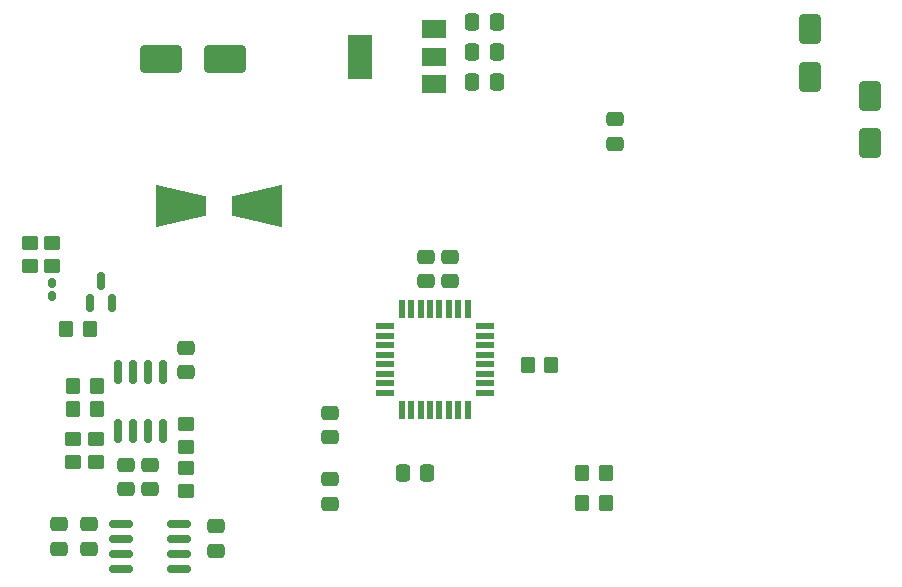
<source format=gbr>
%TF.GenerationSoftware,KiCad,Pcbnew,7.0.1+dfsg-1*%
%TF.CreationDate,2024-08-17T23:40:15+03:00*%
%TF.ProjectId,OpenEVSE_mod,4f70656e-4556-4534-955f-6d6f642e6b69,rev?*%
%TF.SameCoordinates,PX9d5b340PY54e0840*%
%TF.FileFunction,Paste,Bot*%
%TF.FilePolarity,Positive*%
%FSLAX46Y46*%
G04 Gerber Fmt 4.6, Leading zero omitted, Abs format (unit mm)*
G04 Created by KiCad (PCBNEW 7.0.1+dfsg-1) date 2024-08-17 23:40:15*
%MOMM*%
%LPD*%
G01*
G04 APERTURE LIST*
G04 Aperture macros list*
%AMRoundRect*
0 Rectangle with rounded corners*
0 $1 Rounding radius*
0 $2 $3 $4 $5 $6 $7 $8 $9 X,Y pos of 4 corners*
0 Add a 4 corners polygon primitive as box body*
4,1,4,$2,$3,$4,$5,$6,$7,$8,$9,$2,$3,0*
0 Add four circle primitives for the rounded corners*
1,1,$1+$1,$2,$3*
1,1,$1+$1,$4,$5*
1,1,$1+$1,$6,$7*
1,1,$1+$1,$8,$9*
0 Add four rect primitives between the rounded corners*
20,1,$1+$1,$2,$3,$4,$5,0*
20,1,$1+$1,$4,$5,$6,$7,0*
20,1,$1+$1,$6,$7,$8,$9,0*
20,1,$1+$1,$8,$9,$2,$3,0*%
%AMOutline4P*
0 Free polygon, 4 corners , with rotation*
0 The origin of the aperture is its center*
0 number of corners: always 4*
0 $1 to $8 corner X, Y*
0 $9 Rotation angle, in degrees counterclockwise*
0 create outline with 4 corners*
4,1,4,$1,$2,$3,$4,$5,$6,$7,$8,$1,$2,$9*%
G04 Aperture macros list end*
%ADD10RoundRect,0.250000X-0.337500X-0.475000X0.337500X-0.475000X0.337500X0.475000X-0.337500X0.475000X0*%
%ADD11Outline4P,-2.150000X-1.800000X2.150000X-0.800000X2.150000X0.800000X-2.150000X1.800000X180.000000*%
%ADD12Outline4P,-2.150000X-1.800000X2.150000X-0.800000X2.150000X0.800000X-2.150000X1.800000X0.000000*%
%ADD13RoundRect,0.150000X0.150000X-0.825000X0.150000X0.825000X-0.150000X0.825000X-0.150000X-0.825000X0*%
%ADD14RoundRect,0.150000X-0.825000X-0.150000X0.825000X-0.150000X0.825000X0.150000X-0.825000X0.150000X0*%
%ADD15R,2.000000X1.500000*%
%ADD16R,2.000000X3.800000*%
%ADD17R,1.600000X0.550000*%
%ADD18R,0.550000X1.600000*%
%ADD19RoundRect,0.250000X-1.500000X-0.900000X1.500000X-0.900000X1.500000X0.900000X-1.500000X0.900000X0*%
%ADD20RoundRect,0.250000X-0.350000X-0.450000X0.350000X-0.450000X0.350000X0.450000X-0.350000X0.450000X0*%
%ADD21RoundRect,0.250000X-0.450000X0.350000X-0.450000X-0.350000X0.450000X-0.350000X0.450000X0.350000X0*%
%ADD22RoundRect,0.250000X0.350000X0.450000X-0.350000X0.450000X-0.350000X-0.450000X0.350000X-0.450000X0*%
%ADD23RoundRect,0.250000X0.450000X-0.350000X0.450000X0.350000X-0.450000X0.350000X-0.450000X-0.350000X0*%
%ADD24RoundRect,0.150000X0.150000X-0.587500X0.150000X0.587500X-0.150000X0.587500X-0.150000X-0.587500X0*%
%ADD25RoundRect,0.250000X0.650000X-1.000000X0.650000X1.000000X-0.650000X1.000000X-0.650000X-1.000000X0*%
%ADD26RoundRect,0.160000X-0.160000X0.222500X-0.160000X-0.222500X0.160000X-0.222500X0.160000X0.222500X0*%
%ADD27RoundRect,0.250000X0.475000X-0.337500X0.475000X0.337500X-0.475000X0.337500X-0.475000X-0.337500X0*%
%ADD28RoundRect,0.250000X-0.475000X0.337500X-0.475000X-0.337500X0.475000X-0.337500X0.475000X0.337500X0*%
G04 APERTURE END LIST*
D10*
%TO.C,C16*%
X36760000Y18388000D03*
X38835000Y18388000D03*
%TD*%
D11*
%TO.C,D4*%
X24400000Y41000000D03*
D12*
X18000000Y41000000D03*
%TD*%
D13*
%TO.C,U7*%
X16483000Y26949000D03*
X15213000Y26949000D03*
X13943000Y26949000D03*
X12673000Y26949000D03*
X12673000Y21999000D03*
X13943000Y21999000D03*
X15213000Y21999000D03*
X16483000Y21999000D03*
%TD*%
D14*
%TO.C,U6*%
X17815000Y10260000D03*
X17815000Y11530000D03*
X17815000Y12800000D03*
X17815000Y14070000D03*
X12865000Y14070000D03*
X12865000Y12800000D03*
X12865000Y11530000D03*
X12865000Y10260000D03*
%TD*%
D15*
%TO.C,U2*%
X39420000Y55980000D03*
D16*
X33120000Y53680000D03*
D15*
X39420000Y53680000D03*
X39420000Y51380000D03*
%TD*%
D17*
%TO.C,U1*%
X43720000Y25240000D03*
X43720000Y26040000D03*
X43720000Y26840000D03*
X43720000Y27640000D03*
X43720000Y28440000D03*
X43720000Y29240000D03*
X43720000Y30040000D03*
X43720000Y30840000D03*
D18*
X42270000Y32290000D03*
X41470000Y32290000D03*
X40670000Y32290000D03*
X39870000Y32290000D03*
X39070000Y32290000D03*
X38270000Y32290000D03*
X37470000Y32290000D03*
X36670000Y32290000D03*
D17*
X35220000Y30840000D03*
X35220000Y30040000D03*
X35220000Y29240000D03*
X35220000Y28440000D03*
X35220000Y27640000D03*
X35220000Y26840000D03*
X35220000Y26040000D03*
X35220000Y25240000D03*
D18*
X36670000Y23790000D03*
X37470000Y23790000D03*
X38270000Y23790000D03*
X39070000Y23790000D03*
X39870000Y23790000D03*
X40670000Y23790000D03*
X41470000Y23790000D03*
X42270000Y23790000D03*
%TD*%
D19*
%TO.C,TVS1*%
X16290000Y53440000D03*
X21690000Y53440000D03*
%TD*%
D20*
%TO.C,R14*%
X8244000Y30580000D03*
X10244000Y30580000D03*
%TD*%
D21*
%TO.C,R13*%
X8863000Y21329000D03*
X8863000Y19329000D03*
%TD*%
%TO.C,R12*%
X10768000Y19329000D03*
X10768000Y21329000D03*
%TD*%
D20*
%TO.C,R11*%
X10863000Y23869000D03*
X8863000Y23869000D03*
%TD*%
D22*
%TO.C,R10*%
X8863000Y25774000D03*
X10863000Y25774000D03*
%TD*%
D23*
%TO.C,R9*%
X18388000Y22599000D03*
X18388000Y20599000D03*
%TD*%
%TO.C,R8*%
X18388000Y18864000D03*
X18388000Y16864000D03*
%TD*%
D20*
%TO.C,R5*%
X51948000Y15848000D03*
X53948000Y15848000D03*
%TD*%
%TO.C,R4*%
X51948000Y18388000D03*
X53948000Y18388000D03*
%TD*%
D21*
%TO.C,R3*%
X7085000Y37927500D03*
X7085000Y35927500D03*
%TD*%
D23*
%TO.C,R2*%
X5180000Y35927500D03*
X5180000Y37927500D03*
%TD*%
D22*
%TO.C,R1*%
X49344000Y27532000D03*
X47344000Y27532000D03*
%TD*%
D24*
%TO.C,Q1*%
X11215000Y34722500D03*
X10265000Y32847500D03*
X12165000Y32847500D03*
%TD*%
D25*
%TO.C,D3*%
X71220000Y51980000D03*
X71220000Y55980000D03*
%TD*%
%TO.C,D2*%
X76300000Y50360000D03*
X76300000Y46360000D03*
%TD*%
D26*
%TO.C,D1*%
X7085000Y34532500D03*
X7085000Y33387500D03*
%TD*%
D27*
%TO.C,C15*%
X10195000Y14070000D03*
X10195000Y11995000D03*
%TD*%
D28*
%TO.C,C14*%
X15340000Y17043000D03*
X15340000Y19118000D03*
%TD*%
D10*
%TO.C,C13*%
X44720000Y51535000D03*
X42645000Y51535000D03*
%TD*%
D28*
%TO.C,C12*%
X13308000Y19118000D03*
X13308000Y17043000D03*
%TD*%
%TO.C,C11*%
X20990000Y13900000D03*
X20990000Y11825000D03*
%TD*%
D27*
%TO.C,C10*%
X7655000Y14070000D03*
X7655000Y11995000D03*
%TD*%
D10*
%TO.C,C9*%
X42645000Y54075000D03*
X44720000Y54075000D03*
%TD*%
%TO.C,C8*%
X42645000Y56615000D03*
X44720000Y56615000D03*
%TD*%
D27*
%TO.C,C7*%
X18388000Y29024000D03*
X18388000Y26949000D03*
%TD*%
%TO.C,C5*%
X30580000Y21436000D03*
X30580000Y23511000D03*
%TD*%
D28*
%TO.C,C4*%
X30580000Y17880000D03*
X30580000Y15805000D03*
%TD*%
D27*
%TO.C,C3*%
X40740000Y36719000D03*
X40740000Y34644000D03*
%TD*%
D28*
%TO.C,C2*%
X54710000Y48360000D03*
X54710000Y46285000D03*
%TD*%
D27*
%TO.C,C1*%
X38708000Y34644000D03*
X38708000Y36719000D03*
%TD*%
M02*

</source>
